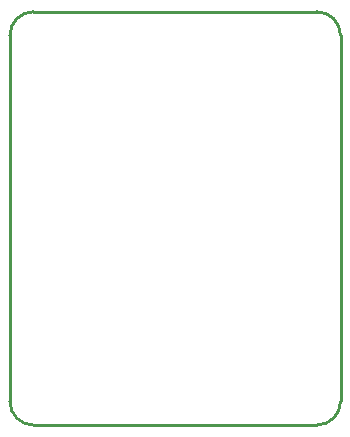
<source format=gbr>
G04 #@! TF.GenerationSoftware,KiCad,Pcbnew,5.1.0-rc2-unknown-036be7d~80~ubuntu16.04.1*
G04 #@! TF.CreationDate,2023-05-22T09:45:20+03:00*
G04 #@! TF.ProjectId,UEXT-MPQ_Rev_A,55455854-2d4d-4505-915f-5265765f412e,A*
G04 #@! TF.SameCoordinates,Original*
G04 #@! TF.FileFunction,Profile,NP*
%FSLAX46Y46*%
G04 Gerber Fmt 4.6, Leading zero omitted, Abs format (unit mm)*
G04 Created by KiCad (PCBNEW 5.1.0-rc2-unknown-036be7d~80~ubuntu16.04.1) date 2023-05-22 09:45:20*
%MOMM*%
%LPD*%
G04 APERTURE LIST*
%ADD10C,0.254000*%
G04 APERTURE END LIST*
D10*
X99000000Y-126500000D02*
G75*
G02X101000000Y-128500000I0J-2000000D01*
G01*
X101000000Y-159500000D02*
G75*
G02X99000000Y-161500000I-2000000J0D01*
G01*
X75000000Y-161500000D02*
G75*
G02X73000000Y-159500000I0J2000000D01*
G01*
X73000000Y-128500000D02*
G75*
G02X75000000Y-126500000I2000000J0D01*
G01*
X99000000Y-126500000D02*
X75000000Y-126500000D01*
X101000000Y-159500000D02*
X101000000Y-128500000D01*
X75000000Y-161500000D02*
X99000000Y-161500000D01*
X73000000Y-128500000D02*
X73000000Y-159500000D01*
M02*

</source>
